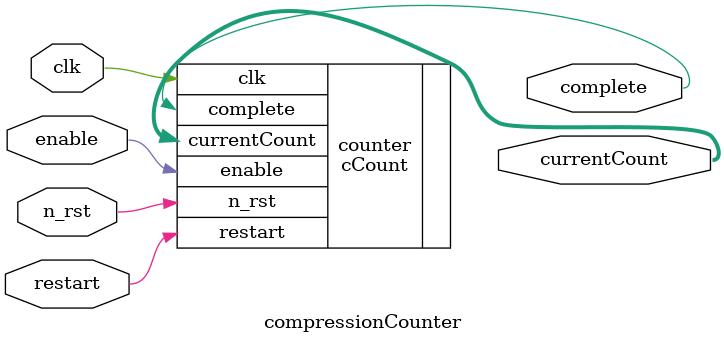
<source format=sv>
module compressionCounter
(
	input wire clk,
	input wire n_rst,
	input wire enable,
	input wire restart,
	output wire complete,
	output reg [6:0] currentCount
);

cCount #(0, 64) counter (
	.clk(clk),
	.n_rst(n_rst),
	.enable(enable),
	.restart(restart),
	.complete(complete),
	.currentCount(currentCount)
);

endmodule

</source>
